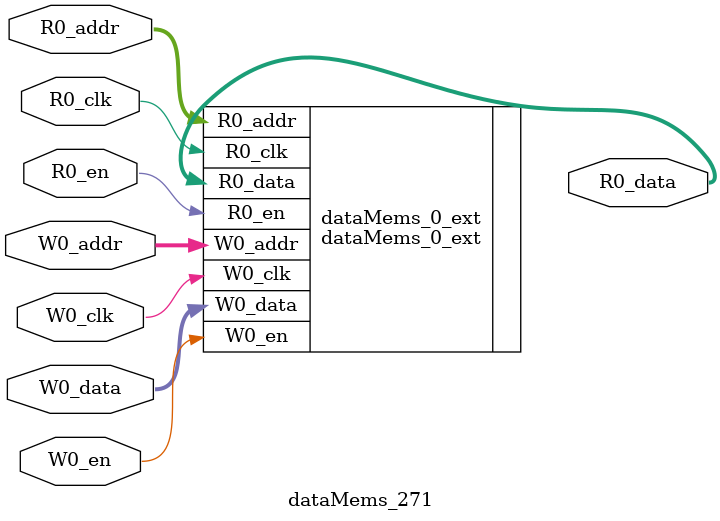
<source format=sv>
`ifndef RANDOMIZE
  `ifdef RANDOMIZE_REG_INIT
    `define RANDOMIZE
  `endif // RANDOMIZE_REG_INIT
`endif // not def RANDOMIZE
`ifndef RANDOMIZE
  `ifdef RANDOMIZE_MEM_INIT
    `define RANDOMIZE
  `endif // RANDOMIZE_MEM_INIT
`endif // not def RANDOMIZE

`ifndef RANDOM
  `define RANDOM $random
`endif // not def RANDOM

// Users can define 'PRINTF_COND' to add an extra gate to prints.
`ifndef PRINTF_COND_
  `ifdef PRINTF_COND
    `define PRINTF_COND_ (`PRINTF_COND)
  `else  // PRINTF_COND
    `define PRINTF_COND_ 1
  `endif // PRINTF_COND
`endif // not def PRINTF_COND_

// Users can define 'ASSERT_VERBOSE_COND' to add an extra gate to assert error printing.
`ifndef ASSERT_VERBOSE_COND_
  `ifdef ASSERT_VERBOSE_COND
    `define ASSERT_VERBOSE_COND_ (`ASSERT_VERBOSE_COND)
  `else  // ASSERT_VERBOSE_COND
    `define ASSERT_VERBOSE_COND_ 1
  `endif // ASSERT_VERBOSE_COND
`endif // not def ASSERT_VERBOSE_COND_

// Users can define 'STOP_COND' to add an extra gate to stop conditions.
`ifndef STOP_COND_
  `ifdef STOP_COND
    `define STOP_COND_ (`STOP_COND)
  `else  // STOP_COND
    `define STOP_COND_ 1
  `endif // STOP_COND
`endif // not def STOP_COND_

// Users can define INIT_RANDOM as general code that gets injected into the
// initializer block for modules with registers.
`ifndef INIT_RANDOM
  `define INIT_RANDOM
`endif // not def INIT_RANDOM

// If using random initialization, you can also define RANDOMIZE_DELAY to
// customize the delay used, otherwise 0.002 is used.
`ifndef RANDOMIZE_DELAY
  `define RANDOMIZE_DELAY 0.002
`endif // not def RANDOMIZE_DELAY

// Define INIT_RANDOM_PROLOG_ for use in our modules below.
`ifndef INIT_RANDOM_PROLOG_
  `ifdef RANDOMIZE
    `ifdef VERILATOR
      `define INIT_RANDOM_PROLOG_ `INIT_RANDOM
    `else  // VERILATOR
      `define INIT_RANDOM_PROLOG_ `INIT_RANDOM #`RANDOMIZE_DELAY begin end
    `endif // VERILATOR
  `else  // RANDOMIZE
    `define INIT_RANDOM_PROLOG_
  `endif // RANDOMIZE
`endif // not def INIT_RANDOM_PROLOG_

// Include register initializers in init blocks unless synthesis is set
`ifndef SYNTHESIS
  `ifndef ENABLE_INITIAL_REG_
    `define ENABLE_INITIAL_REG_
  `endif // not def ENABLE_INITIAL_REG_
`endif // not def SYNTHESIS

// Include rmemory initializers in init blocks unless synthesis is set
`ifndef SYNTHESIS
  `ifndef ENABLE_INITIAL_MEM_
    `define ENABLE_INITIAL_MEM_
  `endif // not def ENABLE_INITIAL_MEM_
`endif // not def SYNTHESIS

module dataMems_271(	// @[generators/ara/src/main/scala/UnsafeAXI4ToTL.scala:365:62]
  input  [4:0]  R0_addr,
  input         R0_en,
  input         R0_clk,
  output [66:0] R0_data,
  input  [4:0]  W0_addr,
  input         W0_en,
  input         W0_clk,
  input  [66:0] W0_data
);

  dataMems_0_ext dataMems_0_ext (	// @[generators/ara/src/main/scala/UnsafeAXI4ToTL.scala:365:62]
    .R0_addr (R0_addr),
    .R0_en   (R0_en),
    .R0_clk  (R0_clk),
    .R0_data (R0_data),
    .W0_addr (W0_addr),
    .W0_en   (W0_en),
    .W0_clk  (W0_clk),
    .W0_data (W0_data)
  );
endmodule


</source>
